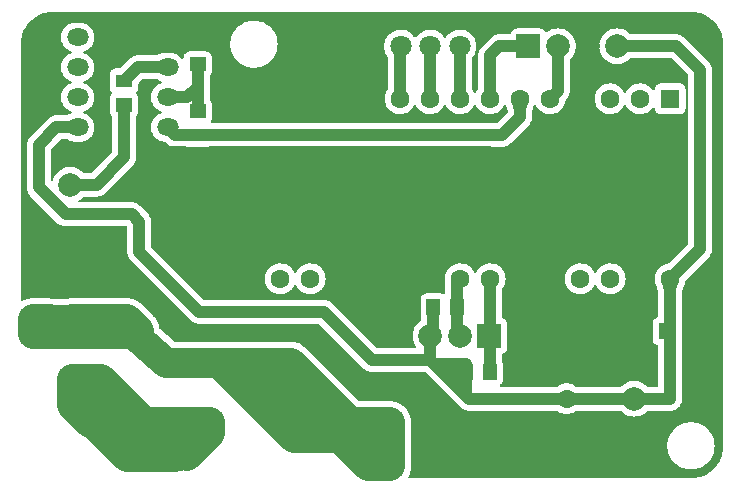
<source format=gbl>
G04 Layer: BottomLayer*
G04 EasyEDA v6.5.39, 2023-12-21 10:53:13*
G04 3e67a15472894c6e83902e6d43e54a9e,2402692d15bd446891542ced5281a4ad,10*
G04 Gerber Generator version 0.2*
G04 Scale: 100 percent, Rotated: No, Reflected: No *
G04 Dimensions in millimeters *
G04 leading zeros omitted , absolute positions ,4 integer and 5 decimal *
%FSLAX45Y45*%
%MOMM*%

%AMMACRO1*21,1,$1,$2,0,0,$3*%
%ADD10C,2.5400*%
%ADD11C,1.0000*%
%ADD12MACRO1,1.377X1.1325X90.0000*%
%ADD13MACRO1,1.35X1.41X-90.0000*%
%ADD14R,1.3770X1.1325*%
%ADD15MACRO1,1.377X1.1325X0.0000*%
%ADD16C,2.0000*%
%ADD17R,2.0000X2.0000*%
%ADD18C,1.8000*%
%ADD19C,1.6000*%
%ADD20C,2.3000*%
%ADD21R,1.6000X1.6000*%
%ADD22O,1.82499X1.4599920000000002*%
%ADD23O,0.0144X1.4599920000000002*%

%LPD*%
G36*
X3318408Y-3974084D02*
G01*
X3314395Y-3973220D01*
X3310991Y-3970832D01*
X3308858Y-3967327D01*
X3308299Y-3963212D01*
X3309416Y-3959199D01*
X3313379Y-3951681D01*
X3317138Y-3943502D01*
X3320440Y-3935171D01*
X3323386Y-3926636D01*
X3325825Y-3918000D01*
X3327857Y-3909212D01*
X3329482Y-3900373D01*
X3330600Y-3891483D01*
X3331260Y-3882491D01*
X3331514Y-3873347D01*
X3331514Y-3500120D01*
X3331260Y-3491026D01*
X3330600Y-3482035D01*
X3329482Y-3473094D01*
X3327857Y-3464255D01*
X3325825Y-3455517D01*
X3323386Y-3446830D01*
X3320440Y-3438347D01*
X3317138Y-3430015D01*
X3313379Y-3421837D01*
X3309213Y-3413861D01*
X3304641Y-3406089D01*
X3299714Y-3398570D01*
X3294379Y-3391357D01*
X3288690Y-3384346D01*
X3282645Y-3377692D01*
X3276295Y-3371342D01*
X3269640Y-3365296D01*
X3262680Y-3359607D01*
X3255416Y-3354324D01*
X3247898Y-3349345D01*
X3240125Y-3344773D01*
X3232200Y-3340608D01*
X3224022Y-3336848D01*
X3215640Y-3333546D01*
X3207156Y-3330651D01*
X3198520Y-3328162D01*
X3189732Y-3326129D01*
X3180892Y-3324555D01*
X3171952Y-3323386D01*
X3163011Y-3322726D01*
X3153867Y-3322472D01*
X2894431Y-3322472D01*
X2890520Y-3321710D01*
X2887268Y-3319526D01*
X2439568Y-2871825D01*
X2429408Y-2862427D01*
X2426157Y-2859735D01*
X2415184Y-2851454D01*
X2411679Y-2849067D01*
X2399944Y-2841955D01*
X2396185Y-2839923D01*
X2383790Y-2834030D01*
X2379878Y-2832404D01*
X2366924Y-2827782D01*
X2362860Y-2826562D01*
X2349500Y-2823311D01*
X2345334Y-2822498D01*
X2331720Y-2820568D01*
X2327503Y-2820212D01*
X2313686Y-2819704D01*
X1327556Y-2819704D01*
X1324000Y-2819044D01*
X1320850Y-2817215D01*
X1203960Y-2715412D01*
X1201521Y-2712212D01*
X1200454Y-2707640D01*
X1198575Y-2694228D01*
X1197762Y-2690063D01*
X1194511Y-2676702D01*
X1193292Y-2672638D01*
X1188669Y-2659684D01*
X1187043Y-2655773D01*
X1181150Y-2643378D01*
X1179118Y-2639618D01*
X1172006Y-2627884D01*
X1169619Y-2624378D01*
X1161338Y-2613406D01*
X1158646Y-2610154D01*
X1149248Y-2600045D01*
X1052728Y-2503525D01*
X1042619Y-2494127D01*
X1039368Y-2491435D01*
X1028395Y-2483154D01*
X1024890Y-2480767D01*
X1013155Y-2473655D01*
X1009396Y-2471623D01*
X997000Y-2465730D01*
X993089Y-2464104D01*
X980135Y-2459482D01*
X976071Y-2458262D01*
X962710Y-2455011D01*
X958545Y-2454198D01*
X944930Y-2452268D01*
X940714Y-2451912D01*
X926896Y-2451404D01*
X461467Y-2451404D01*
X447649Y-2451912D01*
X443433Y-2452268D01*
X425297Y-2454960D01*
X129387Y-2451404D01*
X117856Y-2451608D01*
X111302Y-2452116D01*
X99974Y-2453487D01*
X93522Y-2454605D01*
X82346Y-2457094D01*
X76047Y-2458872D01*
X65227Y-2462479D01*
X59080Y-2464917D01*
X48768Y-2469591D01*
X40843Y-2473807D01*
X36880Y-2474976D01*
X32766Y-2474468D01*
X29159Y-2472283D01*
X26771Y-2468930D01*
X25908Y-2464866D01*
X25908Y-300685D01*
X26822Y-278079D01*
X29362Y-256743D01*
X33629Y-235610D01*
X39471Y-214934D01*
X46939Y-194767D01*
X55981Y-175209D01*
X66548Y-156464D01*
X78536Y-138582D01*
X91846Y-121716D01*
X106476Y-105918D01*
X122326Y-91338D01*
X139242Y-78028D01*
X157124Y-66141D01*
X175920Y-55626D01*
X195478Y-46634D01*
X215696Y-39217D01*
X236423Y-33426D01*
X257505Y-29260D01*
X278892Y-26771D01*
X300685Y-25908D01*
X5699302Y-25908D01*
X5721908Y-26822D01*
X5743244Y-29362D01*
X5764377Y-33629D01*
X5785053Y-39471D01*
X5805220Y-46939D01*
X5824778Y-55981D01*
X5843524Y-66548D01*
X5861405Y-78536D01*
X5878271Y-91846D01*
X5894070Y-106476D01*
X5908649Y-122326D01*
X5921959Y-139242D01*
X5933846Y-157124D01*
X5944362Y-175920D01*
X5953353Y-195478D01*
X5960770Y-215696D01*
X5966561Y-236423D01*
X5970727Y-257505D01*
X5973216Y-278892D01*
X5974080Y-300685D01*
X5974080Y-3699306D01*
X5973165Y-3721912D01*
X5970625Y-3743248D01*
X5966358Y-3764381D01*
X5960516Y-3785057D01*
X5953048Y-3805224D01*
X5944006Y-3824782D01*
X5933440Y-3843528D01*
X5921451Y-3861409D01*
X5908141Y-3878275D01*
X5893511Y-3894074D01*
X5877661Y-3908653D01*
X5860745Y-3921963D01*
X5842863Y-3933850D01*
X5824067Y-3944365D01*
X5804509Y-3953357D01*
X5784291Y-3960774D01*
X5763564Y-3966565D01*
X5742482Y-3970731D01*
X5721096Y-3973220D01*
X5699302Y-3974084D01*
G37*

%LPC*%
G36*
X5700014Y-3900474D02*
G01*
X5719622Y-3899509D01*
X5739079Y-3896614D01*
X5758180Y-3891838D01*
X5776722Y-3885234D01*
X5794502Y-3876801D01*
X5811367Y-3866692D01*
X5827166Y-3854958D01*
X5841746Y-3841750D01*
X5854954Y-3827170D01*
X5866688Y-3811371D01*
X5876798Y-3794506D01*
X5885230Y-3776726D01*
X5891834Y-3758184D01*
X5896610Y-3739083D01*
X5899505Y-3719626D01*
X5900470Y-3700018D01*
X5899505Y-3680358D01*
X5896610Y-3660901D01*
X5891834Y-3641801D01*
X5885230Y-3623259D01*
X5876798Y-3605479D01*
X5866688Y-3588613D01*
X5854954Y-3572814D01*
X5841746Y-3558235D01*
X5827166Y-3545027D01*
X5811367Y-3533292D01*
X5794502Y-3523183D01*
X5776722Y-3514750D01*
X5758180Y-3508146D01*
X5739079Y-3503371D01*
X5719622Y-3500475D01*
X5700014Y-3499510D01*
X5680354Y-3500475D01*
X5660898Y-3503371D01*
X5641797Y-3508146D01*
X5623255Y-3514750D01*
X5605475Y-3523183D01*
X5588609Y-3533292D01*
X5572810Y-3545027D01*
X5558231Y-3558235D01*
X5545023Y-3572814D01*
X5533288Y-3588613D01*
X5523179Y-3605479D01*
X5514746Y-3623259D01*
X5508142Y-3641801D01*
X5503367Y-3660901D01*
X5500471Y-3680358D01*
X5499506Y-3700018D01*
X5500471Y-3719626D01*
X5503367Y-3739083D01*
X5508142Y-3758184D01*
X5514746Y-3776726D01*
X5523179Y-3794506D01*
X5533288Y-3811371D01*
X5545023Y-3827170D01*
X5558231Y-3841750D01*
X5572810Y-3854958D01*
X5588609Y-3866692D01*
X5605475Y-3876801D01*
X5623255Y-3885234D01*
X5641797Y-3891838D01*
X5660898Y-3896614D01*
X5680354Y-3899509D01*
G37*
G36*
X5219700Y-3452469D02*
G01*
X5236565Y-3451555D01*
X5253177Y-3448710D01*
X5269382Y-3444036D01*
X5284978Y-3437585D01*
X5299760Y-3429406D01*
X5313527Y-3419652D01*
X5326126Y-3408426D01*
X5328361Y-3405886D01*
X5331764Y-3403396D01*
X5335930Y-3402533D01*
X5524144Y-3402533D01*
X5537606Y-3401618D01*
X5550509Y-3399078D01*
X5562955Y-3394862D01*
X5574741Y-3389020D01*
X5585663Y-3381705D01*
X5595569Y-3373069D01*
X5604205Y-3363163D01*
X5611520Y-3352241D01*
X5617362Y-3340455D01*
X5621578Y-3328009D01*
X5624118Y-3315106D01*
X5625033Y-3301644D01*
X5625033Y-2400300D01*
X5625185Y-2398522D01*
X5631688Y-2361895D01*
X5632958Y-2358491D01*
X5640578Y-2345588D01*
X5646826Y-2331415D01*
X5651347Y-2316632D01*
X5654141Y-2301087D01*
X5655157Y-2298141D01*
X5656935Y-2295702D01*
X5849315Y-2103323D01*
X5858205Y-2093163D01*
X5865520Y-2082241D01*
X5871362Y-2070455D01*
X5875578Y-2058009D01*
X5878118Y-2045106D01*
X5879033Y-2031644D01*
X5879033Y-521055D01*
X5878118Y-507593D01*
X5875578Y-494690D01*
X5871362Y-482244D01*
X5865520Y-470458D01*
X5858205Y-459536D01*
X5849315Y-449376D01*
X5646623Y-246684D01*
X5636463Y-237794D01*
X5625541Y-230479D01*
X5613755Y-224688D01*
X5601309Y-220421D01*
X5588406Y-217881D01*
X5574944Y-217017D01*
X5191201Y-217017D01*
X5187086Y-216103D01*
X5183632Y-213614D01*
X5181396Y-211074D01*
X5168798Y-199847D01*
X5155031Y-190093D01*
X5140299Y-181914D01*
X5124704Y-175463D01*
X5108498Y-170789D01*
X5091836Y-167944D01*
X5074970Y-167030D01*
X5058156Y-167944D01*
X5041493Y-170789D01*
X5025288Y-175463D01*
X5009692Y-181914D01*
X4994910Y-190093D01*
X4981143Y-199847D01*
X4968595Y-211074D01*
X4957318Y-223672D01*
X4947564Y-237439D01*
X4939385Y-252221D01*
X4932934Y-267817D01*
X4928260Y-284022D01*
X4925415Y-300634D01*
X4924501Y-317500D01*
X4925415Y-334365D01*
X4928260Y-350977D01*
X4932934Y-367182D01*
X4939385Y-382778D01*
X4947564Y-397560D01*
X4957318Y-411327D01*
X4968595Y-423926D01*
X4981143Y-435152D01*
X4994910Y-444906D01*
X5009692Y-453085D01*
X5025288Y-459536D01*
X5041493Y-464210D01*
X5058156Y-467055D01*
X5074970Y-467969D01*
X5091836Y-467055D01*
X5108498Y-464210D01*
X5124704Y-459536D01*
X5140299Y-453085D01*
X5155031Y-444906D01*
X5168798Y-435152D01*
X5181396Y-423926D01*
X5183632Y-421385D01*
X5187086Y-418896D01*
X5191201Y-418033D01*
X5529478Y-418033D01*
X5533339Y-418795D01*
X5536641Y-420979D01*
X5675020Y-559358D01*
X5677204Y-562660D01*
X5678017Y-566521D01*
X5678017Y-1986178D01*
X5677204Y-1990039D01*
X5675020Y-1993341D01*
X5514594Y-2153767D01*
X5512003Y-2155647D01*
X5508904Y-2156612D01*
X5497626Y-2158288D01*
X5482691Y-2162403D01*
X5468366Y-2168194D01*
X5454853Y-2175662D01*
X5442254Y-2184654D01*
X5430875Y-2195118D01*
X5420766Y-2206802D01*
X5412130Y-2219655D01*
X5405069Y-2233371D01*
X5399684Y-2247900D01*
X5396077Y-2262936D01*
X5394248Y-2278278D01*
X5394248Y-2293721D01*
X5396077Y-2309063D01*
X5399684Y-2324100D01*
X5405069Y-2338578D01*
X5412130Y-2352344D01*
X5415635Y-2357526D01*
X5417210Y-2361438D01*
X5424017Y-2400300D01*
X5424017Y-2603957D01*
X5423052Y-2608275D01*
X5420360Y-2611729D01*
X5416448Y-2613761D01*
X5409742Y-2615590D01*
X5401767Y-2619298D01*
X5394553Y-2624328D01*
X5388356Y-2630576D01*
X5383276Y-2637790D01*
X5379567Y-2645714D01*
X5377281Y-2654249D01*
X5376519Y-2663444D01*
X5376519Y-2797556D01*
X5377281Y-2806750D01*
X5379567Y-2815285D01*
X5383276Y-2823210D01*
X5388356Y-2830423D01*
X5394553Y-2836672D01*
X5401767Y-2841701D01*
X5409742Y-2845409D01*
X5416448Y-2847238D01*
X5420360Y-2849270D01*
X5423052Y-2852724D01*
X5424017Y-2857042D01*
X5424017Y-3191357D01*
X5423204Y-3195218D01*
X5421020Y-3198520D01*
X5417718Y-3200704D01*
X5413857Y-3201517D01*
X5335930Y-3201517D01*
X5331764Y-3200603D01*
X5328361Y-3198114D01*
X5326126Y-3195574D01*
X5313527Y-3184347D01*
X5299760Y-3174593D01*
X5284978Y-3166414D01*
X5269382Y-3159963D01*
X5253177Y-3155289D01*
X5236565Y-3152444D01*
X5219700Y-3151530D01*
X5202834Y-3152444D01*
X5186222Y-3155289D01*
X5170017Y-3159963D01*
X5154422Y-3166414D01*
X5139639Y-3174593D01*
X5125872Y-3184347D01*
X5113274Y-3195574D01*
X5111038Y-3198114D01*
X5107635Y-3200603D01*
X5103469Y-3201517D01*
X4734661Y-3201517D01*
X4731410Y-3200958D01*
X4728464Y-3199384D01*
X4721098Y-3193796D01*
X4707788Y-3185922D01*
X4693615Y-3179673D01*
X4678832Y-3175152D01*
X4663643Y-3172409D01*
X4648200Y-3171494D01*
X4632756Y-3172409D01*
X4617567Y-3175152D01*
X4602784Y-3179673D01*
X4588611Y-3185922D01*
X4575302Y-3193796D01*
X4568647Y-3198825D01*
X4566564Y-3200044D01*
X4561078Y-3201314D01*
X4559300Y-3201517D01*
X4090822Y-3201517D01*
X4086656Y-3200603D01*
X4083202Y-3198063D01*
X4081119Y-3194405D01*
X4080713Y-3190138D01*
X4082084Y-3186125D01*
X4084980Y-3183026D01*
X4087977Y-3180892D01*
X4094175Y-3174695D01*
X4099255Y-3167481D01*
X4102963Y-3159506D01*
X4105249Y-3151022D01*
X4106062Y-3141827D01*
X4106062Y-3004972D01*
X4105249Y-2995777D01*
X4102963Y-2987294D01*
X4100880Y-2982772D01*
X4099915Y-2978454D01*
X4100169Y-2926892D01*
X4101134Y-2922625D01*
X4103827Y-2919120D01*
X4107687Y-2917088D01*
X4111751Y-2916021D01*
X4119727Y-2912313D01*
X4126941Y-2907284D01*
X4133189Y-2901035D01*
X4138218Y-2893822D01*
X4141927Y-2885846D01*
X4144213Y-2877362D01*
X4145026Y-2868168D01*
X4145026Y-2669032D01*
X4144213Y-2659837D01*
X4141927Y-2651353D01*
X4138218Y-2643378D01*
X4133189Y-2636164D01*
X4126941Y-2629916D01*
X4119727Y-2624886D01*
X4111751Y-2621178D01*
X4108551Y-2620314D01*
X4104640Y-2618282D01*
X4101947Y-2614777D01*
X4101033Y-2610510D01*
X4101033Y-2372461D01*
X4101541Y-2369210D01*
X4103115Y-2366264D01*
X4108704Y-2358898D01*
X4116578Y-2345588D01*
X4122826Y-2331415D01*
X4127347Y-2316632D01*
X4130090Y-2301443D01*
X4131005Y-2286000D01*
X4130090Y-2270556D01*
X4127347Y-2255367D01*
X4122826Y-2240534D01*
X4116578Y-2226411D01*
X4108704Y-2213102D01*
X4099356Y-2200808D01*
X4088587Y-2189734D01*
X4076598Y-2179980D01*
X4063492Y-2171700D01*
X4049522Y-2165096D01*
X4034891Y-2160117D01*
X4019753Y-2156917D01*
X4004360Y-2155545D01*
X3988917Y-2156002D01*
X3973626Y-2158288D01*
X3958691Y-2162403D01*
X3944365Y-2168194D01*
X3930853Y-2175662D01*
X3918254Y-2184654D01*
X3906875Y-2195118D01*
X3896766Y-2206802D01*
X3888130Y-2219655D01*
X3882542Y-2230577D01*
X3880205Y-2233574D01*
X3876954Y-2235504D01*
X3873195Y-2236114D01*
X3869486Y-2235301D01*
X3866337Y-2233168D01*
X3864203Y-2230018D01*
X3862578Y-2226411D01*
X3854704Y-2213102D01*
X3845356Y-2200808D01*
X3834587Y-2189734D01*
X3822598Y-2179980D01*
X3809492Y-2171700D01*
X3795522Y-2165096D01*
X3780891Y-2160117D01*
X3765753Y-2156917D01*
X3750360Y-2155545D01*
X3734917Y-2156002D01*
X3719626Y-2158288D01*
X3704691Y-2162403D01*
X3690365Y-2168194D01*
X3676853Y-2175662D01*
X3664254Y-2184654D01*
X3652875Y-2195118D01*
X3642766Y-2206802D01*
X3634130Y-2219655D01*
X3627069Y-2233371D01*
X3621684Y-2247900D01*
X3618077Y-2262936D01*
X3616248Y-2278278D01*
X3616248Y-2293721D01*
X3618077Y-2309063D01*
X3618992Y-2314092D01*
X3618992Y-2407564D01*
X3618026Y-2411882D01*
X3615385Y-2415336D01*
X3611473Y-2417368D01*
X3607054Y-2417572D01*
X3602990Y-2415895D01*
X3601364Y-2414727D01*
X3593388Y-2411018D01*
X3584905Y-2408732D01*
X3575659Y-2407920D01*
X3463290Y-2407920D01*
X3454095Y-2408732D01*
X3445611Y-2411018D01*
X3437636Y-2414727D01*
X3430422Y-2419807D01*
X3424224Y-2426004D01*
X3419144Y-2433218D01*
X3415436Y-2441194D01*
X3413150Y-2449677D01*
X3412337Y-2458872D01*
X3412337Y-2595727D01*
X3413150Y-2604922D01*
X3415436Y-2613406D01*
X3418027Y-2618994D01*
X3418992Y-2623261D01*
X3418992Y-2632710D01*
X3418484Y-2635859D01*
X3417011Y-2638704D01*
X3414725Y-2640990D01*
X3400653Y-2650947D01*
X3388106Y-2662174D01*
X3376828Y-2674772D01*
X3367074Y-2688539D01*
X3358896Y-2703322D01*
X3352444Y-2718917D01*
X3347770Y-2735122D01*
X3344976Y-2751734D01*
X3344011Y-2768600D01*
X3344976Y-2785465D01*
X3347770Y-2802077D01*
X3352444Y-2818282D01*
X3358896Y-2833878D01*
X3367074Y-2848660D01*
X3371748Y-2855264D01*
X3373475Y-2859328D01*
X3373272Y-2863748D01*
X3371291Y-2867660D01*
X3367786Y-2870352D01*
X3363468Y-2871317D01*
X3043021Y-2871317D01*
X3039160Y-2870504D01*
X3035858Y-2868320D01*
X2662123Y-2494584D01*
X2651963Y-2485694D01*
X2641041Y-2478379D01*
X2629255Y-2472588D01*
X2616809Y-2468321D01*
X2603906Y-2465781D01*
X2590444Y-2464917D01*
X1582521Y-2464917D01*
X1578660Y-2464104D01*
X1575358Y-2461920D01*
X1132179Y-2018741D01*
X1129995Y-2015439D01*
X1129233Y-2011578D01*
X1129233Y-1803755D01*
X1128318Y-1790293D01*
X1125778Y-1777390D01*
X1121562Y-1764944D01*
X1115720Y-1753158D01*
X1108405Y-1742236D01*
X1099515Y-1732076D01*
X1036523Y-1669084D01*
X1026363Y-1660194D01*
X1015441Y-1652879D01*
X1003655Y-1647088D01*
X991209Y-1642821D01*
X978306Y-1640281D01*
X964844Y-1639417D01*
X523900Y-1639417D01*
X519582Y-1638401D01*
X516077Y-1635709D01*
X514096Y-1631746D01*
X513943Y-1627327D01*
X515670Y-1623263D01*
X518972Y-1620316D01*
X524560Y-1617268D01*
X538327Y-1607515D01*
X550926Y-1596237D01*
X553161Y-1593748D01*
X556564Y-1591208D01*
X560730Y-1590344D01*
X668832Y-1590344D01*
X682294Y-1589481D01*
X695147Y-1586890D01*
X707593Y-1582674D01*
X719429Y-1576882D01*
X730351Y-1569567D01*
X740460Y-1560677D01*
X972515Y-1328623D01*
X981405Y-1318463D01*
X988720Y-1307541D01*
X994562Y-1295755D01*
X998778Y-1283309D01*
X1001318Y-1270406D01*
X1002233Y-1256944D01*
X1002233Y-911504D01*
X1002995Y-907592D01*
X1005179Y-904290D01*
X1009192Y-900277D01*
X1014272Y-893064D01*
X1017981Y-885088D01*
X1020267Y-876604D01*
X1021080Y-867410D01*
X1021080Y-755040D01*
X1020267Y-745794D01*
X1017981Y-737311D01*
X1014272Y-729335D01*
X1009192Y-722122D01*
X1005484Y-718362D01*
X1003249Y-715111D01*
X1002487Y-711200D01*
X1003249Y-707288D01*
X1005484Y-704037D01*
X1009192Y-700278D01*
X1014272Y-693064D01*
X1017981Y-685088D01*
X1020267Y-676605D01*
X1021080Y-667359D01*
X1021080Y-638200D01*
X1021842Y-634288D01*
X1024026Y-630986D01*
X1056233Y-598779D01*
X1059535Y-596595D01*
X1063447Y-595833D01*
X1176934Y-595833D01*
X1179626Y-596188D01*
X1182166Y-597255D01*
X1194358Y-604621D01*
X1207973Y-610768D01*
X1213866Y-612597D01*
X1217574Y-614680D01*
X1220114Y-618134D01*
X1220978Y-622300D01*
X1220114Y-626465D01*
X1217574Y-629920D01*
X1213866Y-632002D01*
X1207973Y-633831D01*
X1194358Y-639978D01*
X1181608Y-647649D01*
X1169873Y-656844D01*
X1159306Y-667410D01*
X1150112Y-679145D01*
X1142390Y-691896D01*
X1136294Y-705510D01*
X1131874Y-719734D01*
X1129182Y-734415D01*
X1128268Y-749300D01*
X1129182Y-764184D01*
X1131874Y-778865D01*
X1136294Y-793089D01*
X1142390Y-806704D01*
X1150112Y-819454D01*
X1159306Y-831189D01*
X1169873Y-841756D01*
X1181608Y-850950D01*
X1194358Y-858621D01*
X1207973Y-864768D01*
X1213866Y-866597D01*
X1217574Y-868680D01*
X1220114Y-872134D01*
X1220978Y-876300D01*
X1220114Y-880465D01*
X1217574Y-883919D01*
X1213866Y-886002D01*
X1207973Y-887831D01*
X1194358Y-893978D01*
X1181608Y-901649D01*
X1169873Y-910844D01*
X1159306Y-921410D01*
X1150112Y-933145D01*
X1142390Y-945896D01*
X1136294Y-959510D01*
X1131874Y-973734D01*
X1129182Y-988415D01*
X1128268Y-1003300D01*
X1129182Y-1018184D01*
X1131874Y-1032865D01*
X1136294Y-1047089D01*
X1142390Y-1060704D01*
X1150112Y-1073454D01*
X1159306Y-1085189D01*
X1169873Y-1095756D01*
X1181608Y-1104950D01*
X1194358Y-1112621D01*
X1207973Y-1118768D01*
X1222197Y-1123188D01*
X1236878Y-1125880D01*
X1247495Y-1126540D01*
X1251051Y-1127404D01*
X1254048Y-1129487D01*
X1260602Y-1136040D01*
X1270711Y-1144930D01*
X1281633Y-1152245D01*
X1293469Y-1158036D01*
X1305915Y-1162253D01*
X1318768Y-1164844D01*
X1332230Y-1165707D01*
X1428038Y-1165707D01*
X1432306Y-1166672D01*
X1437894Y-1169263D01*
X1446377Y-1171549D01*
X1455572Y-1172362D01*
X1592427Y-1172362D01*
X1601622Y-1171549D01*
X1610106Y-1169263D01*
X1615694Y-1166672D01*
X1619961Y-1165707D01*
X4008170Y-1165707D01*
X4012793Y-1166418D01*
X4026255Y-1167333D01*
X4101744Y-1167333D01*
X4115206Y-1166418D01*
X4128109Y-1163878D01*
X4140555Y-1159662D01*
X4152341Y-1153820D01*
X4163263Y-1146505D01*
X4173423Y-1137615D01*
X4325315Y-985723D01*
X4334205Y-975563D01*
X4341520Y-964641D01*
X4347311Y-952855D01*
X4351578Y-940409D01*
X4354118Y-927506D01*
X4355033Y-914044D01*
X4355033Y-876300D01*
X4355185Y-874521D01*
X4361789Y-837437D01*
X4363364Y-833577D01*
X4366869Y-828344D01*
X4372457Y-817422D01*
X4374794Y-814425D01*
X4378045Y-812495D01*
X4381804Y-811885D01*
X4385513Y-812698D01*
X4388662Y-814832D01*
X4390796Y-817981D01*
X4392422Y-821588D01*
X4400296Y-834898D01*
X4409643Y-847191D01*
X4420412Y-858266D01*
X4432452Y-868019D01*
X4445508Y-876300D01*
X4459478Y-882903D01*
X4474108Y-887882D01*
X4489246Y-891082D01*
X4504639Y-892454D01*
X4520082Y-891997D01*
X4535373Y-889711D01*
X4550308Y-885596D01*
X4564634Y-879805D01*
X4578146Y-872337D01*
X4590745Y-863346D01*
X4602124Y-852881D01*
X4612233Y-841197D01*
X4620869Y-828344D01*
X4627930Y-814628D01*
X4633315Y-800100D01*
X4636922Y-785063D01*
X4637786Y-777951D01*
X4638751Y-774700D01*
X4640681Y-771956D01*
X4645812Y-766826D01*
X4654702Y-756666D01*
X4662017Y-745744D01*
X4667859Y-733958D01*
X4672076Y-721512D01*
X4674616Y-708609D01*
X4675530Y-695147D01*
X4675530Y-433730D01*
X4676394Y-429564D01*
X4678883Y-426161D01*
X4681423Y-423926D01*
X4692650Y-411327D01*
X4702403Y-397560D01*
X4710582Y-382778D01*
X4717034Y-367182D01*
X4721707Y-350977D01*
X4724552Y-334365D01*
X4725466Y-317500D01*
X4724552Y-300634D01*
X4721707Y-284022D01*
X4717034Y-267817D01*
X4710582Y-252221D01*
X4702403Y-237439D01*
X4692650Y-223672D01*
X4681423Y-211074D01*
X4668824Y-199847D01*
X4655058Y-190093D01*
X4640275Y-181914D01*
X4624679Y-175463D01*
X4608474Y-170789D01*
X4591812Y-167944D01*
X4574997Y-167030D01*
X4558131Y-167944D01*
X4541520Y-170789D01*
X4525264Y-175463D01*
X4509668Y-181914D01*
X4494936Y-190093D01*
X4484370Y-197561D01*
X4480306Y-199237D01*
X4475886Y-199085D01*
X4471974Y-197053D01*
X4469282Y-193548D01*
X4468672Y-192278D01*
X4463643Y-185064D01*
X4457446Y-178816D01*
X4450232Y-173786D01*
X4442256Y-170078D01*
X4433773Y-167792D01*
X4424527Y-166979D01*
X4225442Y-166979D01*
X4216196Y-167792D01*
X4207713Y-170078D01*
X4199737Y-173786D01*
X4192524Y-178816D01*
X4186326Y-185064D01*
X4181297Y-192278D01*
X4177537Y-200253D01*
X4175099Y-209448D01*
X4173067Y-213360D01*
X4169562Y-216052D01*
X4165295Y-217017D01*
X4077055Y-217017D01*
X4063593Y-217881D01*
X4050690Y-220421D01*
X4038244Y-224688D01*
X4026458Y-230479D01*
X4015536Y-237794D01*
X4005376Y-246684D01*
X3929684Y-322376D01*
X3920794Y-332536D01*
X3913479Y-343458D01*
X3907688Y-355244D01*
X3903421Y-367690D01*
X3900881Y-380593D01*
X3899966Y-394055D01*
X3899966Y-675538D01*
X3899458Y-678789D01*
X3897884Y-681736D01*
X3892296Y-689102D01*
X3884422Y-702411D01*
X3882796Y-706018D01*
X3880662Y-709168D01*
X3877513Y-711301D01*
X3873804Y-712114D01*
X3870045Y-711504D01*
X3866794Y-709574D01*
X3864457Y-706577D01*
X3858869Y-695655D01*
X3847642Y-678840D01*
X3847033Y-675335D01*
X3847033Y-414985D01*
X3847693Y-411327D01*
X3849674Y-408127D01*
X3851249Y-406450D01*
X3860698Y-393446D01*
X3868572Y-379476D01*
X3874820Y-364693D01*
X3879342Y-349300D01*
X3882085Y-333502D01*
X3882999Y-317500D01*
X3882085Y-301498D01*
X3879342Y-285699D01*
X3874820Y-270306D01*
X3868572Y-255524D01*
X3860698Y-241554D01*
X3851249Y-228549D01*
X3840378Y-216763D01*
X3828287Y-206248D01*
X3815029Y-197205D01*
X3800856Y-189687D01*
X3785920Y-183896D01*
X3770376Y-179832D01*
X3754526Y-177546D01*
X3738473Y-177088D01*
X3722471Y-178460D01*
X3706774Y-181610D01*
X3691534Y-186588D01*
X3676904Y-193243D01*
X3663187Y-201523D01*
X3650487Y-211328D01*
X3638956Y-222504D01*
X3628847Y-234899D01*
X3626104Y-239217D01*
X3623360Y-242011D01*
X3619804Y-243586D01*
X3615842Y-243738D01*
X3612184Y-242316D01*
X3609340Y-239674D01*
X3601262Y-228549D01*
X3590391Y-216763D01*
X3578301Y-206248D01*
X3565042Y-197205D01*
X3550869Y-189687D01*
X3535883Y-183896D01*
X3520389Y-179832D01*
X3504488Y-177546D01*
X3488486Y-177088D01*
X3472484Y-178460D01*
X3456787Y-181610D01*
X3441496Y-186588D01*
X3426917Y-193243D01*
X3413201Y-201523D01*
X3400501Y-211328D01*
X3388969Y-222504D01*
X3378809Y-234899D01*
X3376066Y-239217D01*
X3373374Y-242011D01*
X3369767Y-243586D01*
X3365855Y-243738D01*
X3362198Y-242316D01*
X3359302Y-239674D01*
X3351225Y-228549D01*
X3340404Y-216763D01*
X3328263Y-206248D01*
X3315055Y-197205D01*
X3300831Y-189687D01*
X3285896Y-183896D01*
X3270402Y-179832D01*
X3254502Y-177546D01*
X3238500Y-177088D01*
X3222498Y-178460D01*
X3206750Y-181610D01*
X3191510Y-186588D01*
X3176930Y-193243D01*
X3163163Y-201523D01*
X3150463Y-211328D01*
X3138982Y-222504D01*
X3128822Y-234899D01*
X3120136Y-248412D01*
X3113074Y-262788D01*
X3107690Y-277926D01*
X3104032Y-293522D01*
X3102203Y-309473D01*
X3102203Y-325526D01*
X3104032Y-341477D01*
X3107690Y-357073D01*
X3113074Y-372211D01*
X3120136Y-386588D01*
X3128822Y-400100D01*
X3135680Y-408482D01*
X3137408Y-411480D01*
X3137966Y-414934D01*
X3137966Y-675538D01*
X3137458Y-678789D01*
X3135884Y-681736D01*
X3130296Y-689102D01*
X3122422Y-702411D01*
X3116173Y-716584D01*
X3111652Y-731367D01*
X3108909Y-746556D01*
X3107994Y-762000D01*
X3108909Y-777443D01*
X3111652Y-792632D01*
X3116173Y-807415D01*
X3122422Y-821588D01*
X3130296Y-834898D01*
X3139643Y-847191D01*
X3150412Y-858266D01*
X3162452Y-868019D01*
X3175508Y-876300D01*
X3189478Y-882903D01*
X3204108Y-887882D01*
X3219246Y-891082D01*
X3234639Y-892454D01*
X3250082Y-891997D01*
X3265373Y-889711D01*
X3280308Y-885596D01*
X3294634Y-879805D01*
X3308146Y-872337D01*
X3320745Y-863346D01*
X3332124Y-852881D01*
X3342233Y-841197D01*
X3350869Y-828344D01*
X3356457Y-817422D01*
X3358794Y-814425D01*
X3362045Y-812495D01*
X3365804Y-811885D01*
X3369513Y-812698D01*
X3372662Y-814832D01*
X3374796Y-817981D01*
X3376422Y-821588D01*
X3384296Y-834898D01*
X3393643Y-847191D01*
X3404412Y-858266D01*
X3416452Y-868019D01*
X3429508Y-876300D01*
X3443478Y-882903D01*
X3458108Y-887882D01*
X3473246Y-891082D01*
X3488639Y-892454D01*
X3504082Y-891997D01*
X3519373Y-889711D01*
X3534308Y-885596D01*
X3548634Y-879805D01*
X3562146Y-872337D01*
X3574745Y-863346D01*
X3586124Y-852881D01*
X3596233Y-841197D01*
X3604869Y-828344D01*
X3610457Y-817422D01*
X3612794Y-814425D01*
X3616045Y-812495D01*
X3619804Y-811885D01*
X3623513Y-812698D01*
X3626662Y-814832D01*
X3628796Y-817981D01*
X3630422Y-821588D01*
X3638296Y-834898D01*
X3647643Y-847191D01*
X3658412Y-858266D01*
X3670452Y-868019D01*
X3683508Y-876300D01*
X3697478Y-882903D01*
X3712108Y-887882D01*
X3727246Y-891082D01*
X3742639Y-892454D01*
X3758082Y-891997D01*
X3773373Y-889711D01*
X3788308Y-885596D01*
X3802634Y-879805D01*
X3816146Y-872337D01*
X3828745Y-863346D01*
X3840124Y-852881D01*
X3850233Y-841197D01*
X3858869Y-828344D01*
X3864457Y-817422D01*
X3866794Y-814425D01*
X3870045Y-812495D01*
X3873804Y-811885D01*
X3877513Y-812698D01*
X3880662Y-814832D01*
X3882796Y-817981D01*
X3884422Y-821588D01*
X3892296Y-834898D01*
X3901643Y-847191D01*
X3912412Y-858266D01*
X3924452Y-868019D01*
X3937508Y-876300D01*
X3951478Y-882903D01*
X3966108Y-887882D01*
X3981246Y-891082D01*
X3996639Y-892454D01*
X4012082Y-891997D01*
X4027373Y-889711D01*
X4042308Y-885596D01*
X4056634Y-879805D01*
X4070146Y-872337D01*
X4082745Y-863346D01*
X4094124Y-852881D01*
X4104233Y-841197D01*
X4112869Y-828344D01*
X4118457Y-817422D01*
X4120794Y-814425D01*
X4124045Y-812495D01*
X4127804Y-811885D01*
X4131513Y-812698D01*
X4134662Y-814832D01*
X4136796Y-817981D01*
X4138422Y-821588D01*
X4146042Y-834491D01*
X4147312Y-837895D01*
X4152646Y-867968D01*
X4152696Y-871169D01*
X4151731Y-874268D01*
X4149851Y-876909D01*
X4063441Y-963320D01*
X4060139Y-965504D01*
X4056278Y-966317D01*
X4043629Y-966317D01*
X4039006Y-965555D01*
X4025544Y-964692D01*
X1643735Y-964692D01*
X1639417Y-963726D01*
X1635963Y-961085D01*
X1633931Y-957173D01*
X1633728Y-952753D01*
X1635404Y-948690D01*
X1636572Y-947064D01*
X1640281Y-939088D01*
X1642567Y-930605D01*
X1643380Y-921359D01*
X1643380Y-808990D01*
X1642567Y-799795D01*
X1640281Y-791311D01*
X1636572Y-783336D01*
X1631492Y-776122D01*
X1627479Y-772109D01*
X1625295Y-768807D01*
X1624533Y-764895D01*
X1624533Y-568604D01*
X1625295Y-564692D01*
X1627479Y-561390D01*
X1631492Y-557377D01*
X1636572Y-550164D01*
X1640281Y-542188D01*
X1642567Y-533704D01*
X1643380Y-524510D01*
X1643380Y-412140D01*
X1642567Y-402894D01*
X1640281Y-394411D01*
X1636572Y-386435D01*
X1631492Y-379222D01*
X1625295Y-373024D01*
X1618081Y-367995D01*
X1610106Y-364236D01*
X1601622Y-362000D01*
X1592427Y-361188D01*
X1455572Y-361188D01*
X1446377Y-362000D01*
X1437894Y-364236D01*
X1429918Y-367995D01*
X1422704Y-373024D01*
X1416507Y-379222D01*
X1411427Y-386435D01*
X1407718Y-394411D01*
X1405432Y-402894D01*
X1404620Y-412140D01*
X1404620Y-414528D01*
X1403807Y-418642D01*
X1401368Y-421995D01*
X1397812Y-424180D01*
X1393647Y-424688D01*
X1389684Y-423519D01*
X1386484Y-420827D01*
X1380693Y-413410D01*
X1370126Y-402844D01*
X1358392Y-393649D01*
X1345641Y-385978D01*
X1332026Y-379831D01*
X1317802Y-375412D01*
X1303121Y-372719D01*
X1287932Y-371805D01*
X1252067Y-371805D01*
X1236878Y-372719D01*
X1222197Y-375412D01*
X1207973Y-379831D01*
X1194358Y-385978D01*
X1182166Y-393344D01*
X1179626Y-394411D01*
X1176934Y-394817D01*
X1017930Y-394817D01*
X1004468Y-395681D01*
X991616Y-398221D01*
X979169Y-402488D01*
X967333Y-408279D01*
X956411Y-415594D01*
X946302Y-424484D01*
X869696Y-501091D01*
X866394Y-503275D01*
X862482Y-504037D01*
X833272Y-504037D01*
X824077Y-504850D01*
X815594Y-507136D01*
X807618Y-510844D01*
X800404Y-515924D01*
X794207Y-522122D01*
X789127Y-529336D01*
X785418Y-537311D01*
X783132Y-545795D01*
X782320Y-554990D01*
X782320Y-667359D01*
X783132Y-676605D01*
X785418Y-685088D01*
X789127Y-693064D01*
X794207Y-700278D01*
X797966Y-704037D01*
X800150Y-707288D01*
X800912Y-711200D01*
X800150Y-715111D01*
X797966Y-718362D01*
X794207Y-722122D01*
X789127Y-729335D01*
X785418Y-737311D01*
X783132Y-745794D01*
X782320Y-755040D01*
X782320Y-867410D01*
X783132Y-876604D01*
X785418Y-885088D01*
X789127Y-893064D01*
X794207Y-900277D01*
X798220Y-904290D01*
X800404Y-907592D01*
X801217Y-911504D01*
X801217Y-1211478D01*
X800404Y-1215339D01*
X798220Y-1218641D01*
X630529Y-1386332D01*
X627227Y-1388567D01*
X623316Y-1389329D01*
X560730Y-1389329D01*
X556564Y-1388465D01*
X553161Y-1385925D01*
X550926Y-1383436D01*
X538327Y-1372158D01*
X524560Y-1362405D01*
X509778Y-1354226D01*
X494182Y-1347774D01*
X477977Y-1343101D01*
X461365Y-1340307D01*
X444500Y-1339342D01*
X427634Y-1340307D01*
X411022Y-1343101D01*
X394817Y-1347774D01*
X379222Y-1354226D01*
X364439Y-1362405D01*
X350672Y-1372158D01*
X338074Y-1383436D01*
X326847Y-1395984D01*
X317093Y-1409750D01*
X308914Y-1424533D01*
X302463Y-1440129D01*
X298246Y-1454810D01*
X296316Y-1458417D01*
X293116Y-1461008D01*
X289102Y-1462125D01*
X285038Y-1461516D01*
X281533Y-1459382D01*
X279146Y-1456029D01*
X278333Y-1451965D01*
X278333Y-1200251D01*
X279095Y-1196340D01*
X281279Y-1193088D01*
X367588Y-1106779D01*
X370840Y-1104595D01*
X374751Y-1103833D01*
X414934Y-1103833D01*
X417626Y-1104188D01*
X420166Y-1105255D01*
X432358Y-1112621D01*
X445973Y-1118768D01*
X460197Y-1123188D01*
X474878Y-1125880D01*
X490067Y-1126794D01*
X525932Y-1126794D01*
X541121Y-1125880D01*
X555802Y-1123188D01*
X570026Y-1118768D01*
X583641Y-1112621D01*
X596392Y-1104950D01*
X608126Y-1095756D01*
X618693Y-1085189D01*
X627888Y-1073454D01*
X635609Y-1060704D01*
X641705Y-1047089D01*
X646125Y-1032865D01*
X648817Y-1018184D01*
X649732Y-1003300D01*
X648817Y-988415D01*
X646125Y-973734D01*
X641705Y-959510D01*
X635609Y-945896D01*
X627888Y-933145D01*
X618693Y-921410D01*
X608126Y-910844D01*
X596392Y-901649D01*
X583641Y-893978D01*
X570026Y-887831D01*
X564134Y-886002D01*
X560425Y-883919D01*
X557885Y-880465D01*
X557022Y-876300D01*
X557885Y-872134D01*
X560425Y-868680D01*
X564134Y-866597D01*
X570026Y-864768D01*
X583641Y-858621D01*
X596392Y-850950D01*
X608126Y-841756D01*
X618693Y-831189D01*
X627888Y-819454D01*
X635609Y-806704D01*
X641705Y-793089D01*
X646125Y-778865D01*
X648817Y-764184D01*
X649732Y-749300D01*
X648817Y-734415D01*
X646125Y-719734D01*
X641705Y-705510D01*
X635609Y-691896D01*
X627888Y-679145D01*
X618693Y-667410D01*
X608126Y-656844D01*
X596392Y-647649D01*
X583641Y-639978D01*
X570026Y-633831D01*
X564134Y-632002D01*
X560425Y-629920D01*
X557885Y-626465D01*
X557022Y-622300D01*
X557885Y-618134D01*
X560425Y-614680D01*
X564134Y-612597D01*
X570026Y-610768D01*
X583641Y-604621D01*
X596392Y-596950D01*
X608126Y-587756D01*
X618693Y-577189D01*
X627888Y-565454D01*
X635609Y-552704D01*
X641705Y-539089D01*
X646125Y-524865D01*
X648817Y-510184D01*
X649732Y-495300D01*
X648817Y-480415D01*
X646125Y-465734D01*
X641705Y-451510D01*
X635609Y-437896D01*
X627888Y-425145D01*
X618693Y-413410D01*
X608126Y-402844D01*
X596392Y-393649D01*
X583641Y-385978D01*
X570026Y-379831D01*
X564134Y-378002D01*
X560425Y-375920D01*
X557885Y-372465D01*
X557022Y-368300D01*
X557885Y-364134D01*
X560425Y-360680D01*
X564134Y-358597D01*
X570026Y-356768D01*
X583641Y-350621D01*
X596392Y-342950D01*
X608126Y-333756D01*
X618693Y-323189D01*
X627888Y-311454D01*
X635609Y-298704D01*
X641705Y-285089D01*
X646125Y-270865D01*
X648817Y-256184D01*
X649732Y-241300D01*
X648817Y-226415D01*
X646125Y-211734D01*
X641705Y-197510D01*
X635609Y-183896D01*
X627888Y-171145D01*
X618693Y-159410D01*
X608126Y-148844D01*
X596392Y-139649D01*
X583641Y-131978D01*
X570026Y-125831D01*
X555802Y-121412D01*
X541121Y-118719D01*
X525932Y-117805D01*
X490067Y-117805D01*
X474878Y-118719D01*
X460197Y-121412D01*
X445973Y-125831D01*
X432358Y-131978D01*
X419608Y-139649D01*
X407873Y-148844D01*
X397306Y-159410D01*
X388112Y-171145D01*
X380390Y-183896D01*
X374294Y-197510D01*
X369874Y-211734D01*
X367182Y-226415D01*
X366268Y-241300D01*
X367182Y-256184D01*
X369874Y-270865D01*
X374294Y-285089D01*
X380390Y-298704D01*
X388112Y-311454D01*
X397306Y-323189D01*
X407873Y-333756D01*
X419608Y-342950D01*
X432358Y-350621D01*
X445973Y-356768D01*
X451866Y-358597D01*
X455574Y-360680D01*
X458114Y-364134D01*
X458978Y-368300D01*
X458114Y-372465D01*
X455574Y-375920D01*
X451866Y-378002D01*
X445973Y-379831D01*
X432358Y-385978D01*
X419608Y-393649D01*
X407873Y-402844D01*
X397306Y-413410D01*
X388112Y-425145D01*
X380390Y-437896D01*
X374294Y-451510D01*
X369874Y-465734D01*
X367182Y-480415D01*
X366268Y-495300D01*
X367182Y-510184D01*
X369874Y-524865D01*
X374294Y-539089D01*
X380390Y-552704D01*
X388112Y-565454D01*
X397306Y-577189D01*
X407873Y-587756D01*
X419608Y-596950D01*
X432358Y-604621D01*
X445973Y-610768D01*
X451866Y-612597D01*
X455574Y-614680D01*
X458114Y-618134D01*
X458978Y-622300D01*
X458114Y-626465D01*
X455574Y-629920D01*
X451866Y-632002D01*
X445973Y-633831D01*
X432358Y-639978D01*
X419608Y-647649D01*
X407873Y-656844D01*
X397306Y-667410D01*
X388112Y-679145D01*
X380390Y-691896D01*
X374294Y-705510D01*
X369874Y-719734D01*
X367182Y-734415D01*
X366268Y-749300D01*
X367182Y-764184D01*
X369874Y-778865D01*
X374294Y-793089D01*
X380390Y-806704D01*
X388112Y-819454D01*
X397306Y-831189D01*
X407873Y-841756D01*
X419608Y-850950D01*
X432358Y-858621D01*
X445973Y-864768D01*
X451866Y-866597D01*
X455574Y-868680D01*
X458114Y-872134D01*
X458978Y-876300D01*
X458114Y-880465D01*
X455574Y-883919D01*
X451866Y-886002D01*
X445973Y-887831D01*
X432358Y-893978D01*
X420166Y-901344D01*
X417626Y-902411D01*
X414934Y-902817D01*
X329234Y-902817D01*
X315772Y-903681D01*
X302920Y-906221D01*
X290474Y-910488D01*
X278688Y-916279D01*
X267716Y-923594D01*
X257606Y-932484D01*
X106984Y-1083106D01*
X98094Y-1093216D01*
X90779Y-1104188D01*
X84988Y-1115974D01*
X80721Y-1128420D01*
X78181Y-1141272D01*
X77317Y-1156004D01*
X77317Y-1510944D01*
X78181Y-1524406D01*
X80721Y-1537309D01*
X84988Y-1549755D01*
X90779Y-1561541D01*
X98094Y-1572463D01*
X106984Y-1582623D01*
X335076Y-1810715D01*
X345236Y-1819605D01*
X356158Y-1826920D01*
X367944Y-1832762D01*
X380390Y-1836978D01*
X393293Y-1839518D01*
X406755Y-1840433D01*
X918057Y-1840433D01*
X921918Y-1841195D01*
X925220Y-1843379D01*
X927404Y-1846681D01*
X928217Y-1850593D01*
X928217Y-2057044D01*
X929081Y-2070506D01*
X931621Y-2083409D01*
X935888Y-2095855D01*
X941679Y-2107641D01*
X948994Y-2118563D01*
X957884Y-2128723D01*
X1465376Y-2636215D01*
X1475536Y-2645105D01*
X1486458Y-2652420D01*
X1498244Y-2658262D01*
X1510690Y-2662478D01*
X1523593Y-2665018D01*
X1537055Y-2665933D01*
X2544978Y-2665933D01*
X2548839Y-2666695D01*
X2552141Y-2668879D01*
X2925876Y-3042615D01*
X2936036Y-3051505D01*
X2946958Y-3058820D01*
X2958744Y-3064662D01*
X2971190Y-3068878D01*
X2984093Y-3071418D01*
X2997555Y-3072333D01*
X3446678Y-3072333D01*
X3450539Y-3073095D01*
X3453841Y-3075279D01*
X3751376Y-3372815D01*
X3761536Y-3381705D01*
X3772458Y-3389020D01*
X3784244Y-3394862D01*
X3796690Y-3399078D01*
X3809593Y-3401618D01*
X3823055Y-3402533D01*
X4559300Y-3402533D01*
X4563872Y-3403142D01*
X4566462Y-3404006D01*
X4581855Y-3414369D01*
X4595622Y-3421430D01*
X4610100Y-3426815D01*
X4625136Y-3430422D01*
X4640478Y-3432251D01*
X4655921Y-3432251D01*
X4671263Y-3430422D01*
X4686300Y-3426815D01*
X4700828Y-3421430D01*
X4714544Y-3414369D01*
X4731359Y-3403142D01*
X4734864Y-3402533D01*
X5103469Y-3402533D01*
X5107635Y-3403396D01*
X5111038Y-3405886D01*
X5113274Y-3408426D01*
X5125872Y-3419652D01*
X5139639Y-3429406D01*
X5154422Y-3437585D01*
X5170017Y-3444036D01*
X5186222Y-3448710D01*
X5202834Y-3451555D01*
G37*
G36*
X4766360Y-2416403D02*
G01*
X4781753Y-2415032D01*
X4796891Y-2411882D01*
X4811522Y-2406904D01*
X4825492Y-2400249D01*
X4838598Y-2392019D01*
X4850587Y-2382266D01*
X4861356Y-2371191D01*
X4870704Y-2358898D01*
X4878578Y-2345588D01*
X4880203Y-2341930D01*
X4882337Y-2338832D01*
X4885486Y-2336698D01*
X4889195Y-2335885D01*
X4892954Y-2336495D01*
X4896205Y-2338425D01*
X4898542Y-2341422D01*
X4904130Y-2352344D01*
X4912766Y-2365197D01*
X4922875Y-2376881D01*
X4934254Y-2387346D01*
X4946853Y-2396337D01*
X4960366Y-2403805D01*
X4974691Y-2409596D01*
X4989626Y-2413711D01*
X5004917Y-2415946D01*
X5020360Y-2416403D01*
X5035753Y-2415032D01*
X5050891Y-2411882D01*
X5065522Y-2406904D01*
X5079492Y-2400249D01*
X5092598Y-2392019D01*
X5104587Y-2382266D01*
X5115356Y-2371191D01*
X5124704Y-2358898D01*
X5132578Y-2345588D01*
X5138826Y-2331415D01*
X5143347Y-2316632D01*
X5146090Y-2301443D01*
X5147005Y-2286000D01*
X5146090Y-2270556D01*
X5143347Y-2255367D01*
X5138826Y-2240534D01*
X5132578Y-2226411D01*
X5124704Y-2213102D01*
X5115356Y-2200808D01*
X5104587Y-2189734D01*
X5092598Y-2179980D01*
X5079492Y-2171700D01*
X5065522Y-2165096D01*
X5050891Y-2160117D01*
X5035753Y-2156917D01*
X5020360Y-2155545D01*
X5004917Y-2156002D01*
X4989626Y-2158288D01*
X4974691Y-2162403D01*
X4960366Y-2168194D01*
X4946853Y-2175662D01*
X4934254Y-2184654D01*
X4922875Y-2195118D01*
X4912766Y-2206802D01*
X4904130Y-2219655D01*
X4898542Y-2230577D01*
X4896205Y-2233574D01*
X4892954Y-2235504D01*
X4889195Y-2236114D01*
X4885486Y-2235301D01*
X4882337Y-2233168D01*
X4880203Y-2230018D01*
X4878578Y-2226411D01*
X4870704Y-2213102D01*
X4861356Y-2200808D01*
X4850587Y-2189734D01*
X4838598Y-2179980D01*
X4825492Y-2171700D01*
X4811522Y-2165096D01*
X4796891Y-2160117D01*
X4781753Y-2156917D01*
X4766360Y-2155545D01*
X4750917Y-2156002D01*
X4735626Y-2158288D01*
X4720691Y-2162403D01*
X4706366Y-2168194D01*
X4692853Y-2175662D01*
X4680254Y-2184654D01*
X4668875Y-2195118D01*
X4658766Y-2206802D01*
X4650130Y-2219655D01*
X4643069Y-2233371D01*
X4637684Y-2247900D01*
X4634077Y-2262936D01*
X4632248Y-2278278D01*
X4632248Y-2293721D01*
X4634077Y-2309063D01*
X4637684Y-2324100D01*
X4643069Y-2338578D01*
X4650130Y-2352344D01*
X4658766Y-2365197D01*
X4668875Y-2376881D01*
X4680254Y-2387346D01*
X4692853Y-2396337D01*
X4706366Y-2403805D01*
X4720691Y-2409596D01*
X4735626Y-2413711D01*
X4750917Y-2415946D01*
G37*
G36*
X2226360Y-2416403D02*
G01*
X2241753Y-2415032D01*
X2256891Y-2411882D01*
X2271522Y-2406904D01*
X2285492Y-2400249D01*
X2298598Y-2392019D01*
X2310587Y-2382266D01*
X2321356Y-2371191D01*
X2330704Y-2358898D01*
X2338578Y-2345588D01*
X2340203Y-2341930D01*
X2342337Y-2338832D01*
X2345486Y-2336698D01*
X2349195Y-2335885D01*
X2352954Y-2336495D01*
X2356205Y-2338425D01*
X2358542Y-2341422D01*
X2364130Y-2352344D01*
X2372766Y-2365197D01*
X2382875Y-2376881D01*
X2394254Y-2387346D01*
X2406853Y-2396337D01*
X2420366Y-2403805D01*
X2434691Y-2409596D01*
X2449626Y-2413711D01*
X2464917Y-2415946D01*
X2480360Y-2416403D01*
X2495753Y-2415032D01*
X2510891Y-2411882D01*
X2525522Y-2406904D01*
X2539492Y-2400249D01*
X2552598Y-2392019D01*
X2564587Y-2382266D01*
X2575356Y-2371191D01*
X2584704Y-2358898D01*
X2592578Y-2345588D01*
X2598826Y-2331415D01*
X2603347Y-2316632D01*
X2606090Y-2301443D01*
X2607005Y-2286000D01*
X2606090Y-2270556D01*
X2603347Y-2255367D01*
X2598826Y-2240534D01*
X2592578Y-2226411D01*
X2584704Y-2213102D01*
X2575356Y-2200808D01*
X2564587Y-2189734D01*
X2552598Y-2179980D01*
X2539492Y-2171700D01*
X2525522Y-2165096D01*
X2510891Y-2160117D01*
X2495753Y-2156917D01*
X2480360Y-2155545D01*
X2464917Y-2156002D01*
X2449626Y-2158288D01*
X2434691Y-2162403D01*
X2420366Y-2168194D01*
X2406853Y-2175662D01*
X2394254Y-2184654D01*
X2382875Y-2195118D01*
X2372766Y-2206802D01*
X2364130Y-2219655D01*
X2358542Y-2230577D01*
X2356205Y-2233574D01*
X2352954Y-2235504D01*
X2349195Y-2236114D01*
X2345486Y-2235301D01*
X2342337Y-2233168D01*
X2340203Y-2230018D01*
X2338578Y-2226411D01*
X2330704Y-2213102D01*
X2321356Y-2200808D01*
X2310587Y-2189734D01*
X2298598Y-2179980D01*
X2285492Y-2171700D01*
X2271522Y-2165096D01*
X2256891Y-2160117D01*
X2241753Y-2156917D01*
X2226360Y-2155545D01*
X2210917Y-2156002D01*
X2195626Y-2158288D01*
X2180691Y-2162403D01*
X2166366Y-2168194D01*
X2152853Y-2175662D01*
X2140254Y-2184654D01*
X2128875Y-2195118D01*
X2118766Y-2206802D01*
X2110130Y-2219655D01*
X2103069Y-2233371D01*
X2097684Y-2247900D01*
X2094077Y-2262936D01*
X2092248Y-2278278D01*
X2092248Y-2293721D01*
X2094077Y-2309063D01*
X2097684Y-2324100D01*
X2103069Y-2338578D01*
X2110130Y-2352344D01*
X2118766Y-2365197D01*
X2128875Y-2376881D01*
X2140254Y-2387346D01*
X2152853Y-2396337D01*
X2166366Y-2403805D01*
X2180691Y-2409596D01*
X2195626Y-2413711D01*
X2210917Y-2415946D01*
G37*
G36*
X5444947Y-892505D02*
G01*
X5604052Y-892505D01*
X5613247Y-891692D01*
X5621782Y-889406D01*
X5629757Y-885698D01*
X5636920Y-880668D01*
X5643168Y-874420D01*
X5648198Y-867257D01*
X5651906Y-859282D01*
X5654192Y-850747D01*
X5655005Y-841552D01*
X5655005Y-682447D01*
X5654192Y-673252D01*
X5651906Y-664718D01*
X5648198Y-656742D01*
X5643168Y-649579D01*
X5636920Y-643331D01*
X5629757Y-638302D01*
X5621782Y-634593D01*
X5613247Y-632307D01*
X5604052Y-631494D01*
X5444947Y-631494D01*
X5435752Y-632307D01*
X5427218Y-634593D01*
X5419242Y-638302D01*
X5412079Y-643331D01*
X5405831Y-649579D01*
X5400802Y-656742D01*
X5397093Y-664718D01*
X5394807Y-673252D01*
X5394198Y-680161D01*
X5392978Y-684123D01*
X5390337Y-687273D01*
X5386628Y-689102D01*
X5382463Y-689305D01*
X5378602Y-687832D01*
X5375656Y-684936D01*
X5374233Y-682802D01*
X5364124Y-671118D01*
X5352745Y-660654D01*
X5340146Y-651662D01*
X5326634Y-644194D01*
X5312308Y-638403D01*
X5297373Y-634288D01*
X5282082Y-632002D01*
X5266639Y-631545D01*
X5251246Y-632917D01*
X5236108Y-636117D01*
X5221478Y-641096D01*
X5207508Y-647750D01*
X5194452Y-655980D01*
X5182412Y-665734D01*
X5171643Y-676808D01*
X5162296Y-689102D01*
X5154422Y-702411D01*
X5152796Y-706018D01*
X5150662Y-709168D01*
X5147513Y-711301D01*
X5143804Y-712114D01*
X5140045Y-711504D01*
X5136794Y-709574D01*
X5134457Y-706577D01*
X5128869Y-695655D01*
X5120233Y-682802D01*
X5110124Y-671118D01*
X5098745Y-660654D01*
X5086146Y-651662D01*
X5072634Y-644194D01*
X5058308Y-638403D01*
X5043373Y-634288D01*
X5028082Y-632002D01*
X5012639Y-631545D01*
X4997246Y-632917D01*
X4982108Y-636117D01*
X4967478Y-641096D01*
X4953508Y-647750D01*
X4940452Y-655980D01*
X4928412Y-665734D01*
X4917643Y-676808D01*
X4908296Y-689102D01*
X4900422Y-702411D01*
X4894173Y-716584D01*
X4889652Y-731367D01*
X4886909Y-746556D01*
X4885994Y-762000D01*
X4886909Y-777443D01*
X4889652Y-792632D01*
X4894173Y-807415D01*
X4900422Y-821588D01*
X4908296Y-834898D01*
X4917643Y-847191D01*
X4928412Y-858266D01*
X4940452Y-868019D01*
X4953508Y-876300D01*
X4967478Y-882903D01*
X4982108Y-887882D01*
X4997246Y-891082D01*
X5012639Y-892454D01*
X5028082Y-891997D01*
X5043373Y-889711D01*
X5058308Y-885596D01*
X5072634Y-879805D01*
X5086146Y-872337D01*
X5098745Y-863346D01*
X5110124Y-852881D01*
X5120233Y-841197D01*
X5128869Y-828344D01*
X5134457Y-817422D01*
X5136794Y-814425D01*
X5140045Y-812495D01*
X5143804Y-811885D01*
X5147513Y-812698D01*
X5150662Y-814832D01*
X5152796Y-817981D01*
X5154422Y-821588D01*
X5162296Y-834898D01*
X5171643Y-847191D01*
X5182412Y-858266D01*
X5194452Y-868019D01*
X5207508Y-876300D01*
X5221478Y-882903D01*
X5236108Y-887882D01*
X5251246Y-891082D01*
X5266639Y-892454D01*
X5282082Y-891997D01*
X5297373Y-889711D01*
X5312308Y-885596D01*
X5326634Y-879805D01*
X5340146Y-872337D01*
X5352745Y-863346D01*
X5364124Y-852881D01*
X5374233Y-841197D01*
X5375656Y-839063D01*
X5378602Y-836168D01*
X5382463Y-834694D01*
X5386628Y-834898D01*
X5390337Y-836726D01*
X5392978Y-839876D01*
X5394198Y-843838D01*
X5394807Y-850747D01*
X5397093Y-859282D01*
X5400802Y-867257D01*
X5405831Y-874420D01*
X5412079Y-880668D01*
X5419242Y-885698D01*
X5427218Y-889406D01*
X5435752Y-891692D01*
G37*
G36*
X1999996Y-500481D02*
G01*
X2019655Y-499516D01*
X2039112Y-496620D01*
X2058212Y-491845D01*
X2076704Y-485241D01*
X2094484Y-476808D01*
X2111400Y-466699D01*
X2127199Y-454964D01*
X2141778Y-441756D01*
X2154986Y-427177D01*
X2166721Y-411378D01*
X2176830Y-394512D01*
X2185212Y-376732D01*
X2191867Y-358190D01*
X2196642Y-339090D01*
X2199538Y-319633D01*
X2200503Y-300024D01*
X2199538Y-280365D01*
X2196642Y-260908D01*
X2191867Y-241808D01*
X2185212Y-223266D01*
X2176830Y-205486D01*
X2166721Y-188620D01*
X2154986Y-172821D01*
X2141778Y-158242D01*
X2127199Y-145034D01*
X2111400Y-133299D01*
X2094484Y-123189D01*
X2076704Y-114757D01*
X2058212Y-108153D01*
X2039112Y-103378D01*
X2019655Y-100482D01*
X1999996Y-99517D01*
X1980336Y-100482D01*
X1960880Y-103378D01*
X1941779Y-108153D01*
X1923288Y-114757D01*
X1905507Y-123189D01*
X1888591Y-133299D01*
X1872792Y-145034D01*
X1858213Y-158242D01*
X1845005Y-172821D01*
X1833270Y-188620D01*
X1823161Y-205486D01*
X1814779Y-223266D01*
X1808124Y-241808D01*
X1803349Y-260908D01*
X1800453Y-280365D01*
X1799488Y-300024D01*
X1800453Y-319633D01*
X1803349Y-339090D01*
X1808124Y-358190D01*
X1814779Y-376732D01*
X1823161Y-394512D01*
X1833270Y-411378D01*
X1845005Y-427177D01*
X1858213Y-441756D01*
X1872792Y-454964D01*
X1888591Y-466699D01*
X1905507Y-476808D01*
X1923288Y-485241D01*
X1941779Y-491845D01*
X1960880Y-496620D01*
X1980336Y-499516D01*
G37*

%LPD*%
G36*
X4620666Y-3242005D02*
G01*
X4564684Y-3252012D01*
X4564684Y-3351987D01*
X4620666Y-3361994D01*
G37*
G36*
X5255158Y-3227019D02*
G01*
X5185156Y-3252012D01*
X5185156Y-3351987D01*
X5255158Y-3376980D01*
G37*
G36*
X5464505Y-2338933D02*
G01*
X5474512Y-2394915D01*
X5574487Y-2394915D01*
X5584494Y-2338933D01*
G37*
G36*
X4194505Y-814933D02*
G01*
X4204512Y-870915D01*
X4304487Y-870915D01*
X4314494Y-814933D01*
G37*
D10*
X457200Y-2632963D02*
G01*
X127000Y-2628900D01*
X127000Y-2755900D01*
X1023873Y-2755900D01*
X1023873Y-2794000D01*
X792838Y-3663038D02*
G01*
X929711Y-3663038D01*
X1092756Y-3499993D01*
X457200Y-3132962D02*
G01*
X457200Y-3327400D01*
X927100Y-3797300D01*
X1332712Y-3797300D01*
X1630019Y-3499993D01*
X457200Y-3132962D02*
G01*
X457200Y-3352800D01*
X609600Y-3505200D01*
X1064780Y-3505200D01*
X1069987Y-3499993D01*
X457200Y-2632963D02*
G01*
X461263Y-2628900D01*
X927100Y-2628900D01*
X1023873Y-2725673D01*
X1023873Y-2794000D01*
X1257300Y-2997200D01*
X2003043Y-2997200D01*
X2482850Y-3477005D01*
X2482850Y-3632200D01*
X2002955Y-2997200D02*
G01*
X2313901Y-2997200D01*
X2816694Y-3499993D01*
X3154004Y-3499993D01*
X3154004Y-3769413D02*
G01*
X3070913Y-3769413D01*
X2933700Y-3632200D01*
X2336800Y-3632200D01*
X2197100Y-3492500D01*
X2197100Y-3487679D01*
X1706620Y-2997200D01*
X1069987Y-3499993D02*
G01*
X1092756Y-3499993D01*
X1377363Y-3784600D01*
X1630006Y-3499993D02*
G01*
X1630006Y-3588400D01*
X1433807Y-3784600D01*
X457200Y-3132962D02*
G01*
X457200Y-3215335D01*
X747064Y-3505200D01*
X457200Y-3132962D02*
G01*
X702957Y-3132962D01*
X1069987Y-3499993D01*
X3154004Y-3499993D02*
G01*
X3154004Y-3873500D01*
X2967492Y-3873500D01*
X2593985Y-3499993D01*
X1069987Y-3499993D02*
G01*
X1630006Y-3499993D01*
D11*
X4673600Y-3302000D02*
G01*
X5321300Y-3302000D01*
X5524500Y-2285994D02*
G01*
X5524500Y-3302000D01*
X5321300Y-3302000D01*
X4025900Y-1066800D02*
G01*
X4102100Y-1066800D01*
X4254500Y-914400D01*
X4254500Y-762000D01*
X444500Y-1489837D02*
G01*
X669162Y-1489837D01*
X901700Y-1257300D01*
X901700Y-811199D01*
X901700Y-611200D02*
G01*
X1017600Y-495300D01*
X1270000Y-495300D01*
X1524000Y-468299D02*
G01*
X1524000Y-865200D01*
X1270000Y-1003300D02*
G01*
X1331899Y-1065199D01*
X1524000Y-1065199D01*
X1524000Y-1065199D02*
G01*
X4025900Y-1065199D01*
X177800Y-1155700D02*
G01*
X177800Y-1511300D01*
X406400Y-1739900D01*
X965200Y-1739900D01*
X1028700Y-1803400D01*
X1028700Y-2057400D01*
X1536700Y-2565400D01*
X2590800Y-2565400D01*
X2997200Y-2971800D01*
X3492500Y-2971800D01*
X508000Y-1003300D02*
G01*
X328909Y-1003300D01*
X177800Y-1154409D01*
X1270000Y-749300D02*
G01*
X1436067Y-749300D01*
X1524000Y-661367D01*
X4673600Y-3302000D02*
G01*
X3822700Y-3302000D01*
X3492500Y-2971800D01*
X4000500Y-2286000D02*
G01*
X4000500Y-2768600D01*
X3746500Y-2286000D02*
G01*
X3719499Y-2313000D01*
X3719499Y-2527300D01*
X3746500Y-2768600D02*
G01*
X3719499Y-2741599D01*
X3719499Y-2527300D01*
X3519500Y-2527300D02*
G01*
X3519500Y-2741599D01*
X3492500Y-2768600D01*
X3492500Y-2768600D02*
G01*
X3492500Y-2971800D01*
X3798900Y-3009900D02*
G01*
X3530600Y-3009900D01*
X3492500Y-2971800D01*
X3798824Y-3009900D02*
G01*
X3721100Y-3086100D01*
X3606800Y-3086100D01*
X3597402Y-3076702D01*
X3798824Y-3009900D02*
G01*
X3798824Y-3259328D01*
X3767556Y-3246856D02*
G01*
X3767556Y-3132556D01*
X3721100Y-3086100D01*
X4000500Y-2768600D02*
G01*
X3998899Y-3073400D01*
X3238500Y-762000D02*
G01*
X3238500Y-368505D01*
X3242500Y-317500D01*
X3492500Y-762000D02*
G01*
X3492500Y-372518D01*
X3492487Y-317500D01*
X3746500Y-762000D02*
G01*
X3746500Y-376506D01*
X3742499Y-317500D01*
X4000500Y-762000D02*
G01*
X4000500Y-393700D01*
X4076700Y-317500D01*
X4324984Y-317500D01*
X4508500Y-762000D02*
G01*
X4574997Y-695502D01*
X4574997Y-317500D01*
X5074996Y-317500D02*
G01*
X5575300Y-317500D01*
X5778500Y-520700D01*
X5778500Y-2032000D01*
X5524500Y-2286000D01*
D12*
G01*
X3519495Y-2527300D03*
G01*
X3719504Y-2527300D03*
G01*
X3798895Y-3073400D03*
G01*
X3998904Y-3073400D03*
D13*
G01*
X5497502Y-2730500D03*
G01*
X5297497Y-2730500D03*
D14*
G01*
X901700Y-611200D03*
D15*
G01*
X901700Y-811204D03*
D14*
G01*
X1524000Y-1065199D03*
D15*
G01*
X1524000Y-865195D03*
D14*
G01*
X1524000Y-268300D03*
D15*
G01*
X1524000Y-468304D03*
D16*
G01*
X5074996Y-317500D03*
G01*
X4824984Y-317500D03*
G01*
X4574997Y-317500D03*
D17*
G01*
X4324984Y-317500D03*
D16*
G01*
X3244494Y-2768600D03*
G01*
X3494506Y-2768600D03*
G01*
X3744493Y-2768600D03*
D17*
G01*
X3994505Y-2768600D03*
D18*
G01*
X3242513Y-317500D03*
G01*
X3492500Y-317500D03*
G01*
X3742486Y-317500D03*
D19*
G01*
X4648200Y-3302000D03*
G01*
X4648200Y-3048000D03*
D20*
G01*
X2593975Y-3499993D03*
G01*
X3153994Y-3499993D03*
G01*
X1630019Y-3499993D03*
G01*
X1070000Y-3499993D03*
D17*
G01*
X5219700Y-3048000D03*
D16*
G01*
X5219700Y-3302000D03*
G01*
X444500Y-1489837D03*
G01*
X444500Y-1989962D03*
G01*
X457200Y-2632837D03*
G01*
X457200Y-3132962D03*
D21*
G01*
X1968500Y-2286000D03*
D19*
G01*
X2222500Y-2286000D03*
G01*
X2476500Y-2286000D03*
G01*
X2730500Y-2286000D03*
G01*
X2984500Y-2286000D03*
G01*
X3238500Y-2286000D03*
G01*
X3492500Y-2286000D03*
G01*
X3746500Y-2286000D03*
G01*
X4000500Y-2286000D03*
G01*
X4254500Y-2286000D03*
G01*
X4508500Y-2286000D03*
G01*
X4762500Y-2286000D03*
G01*
X5016500Y-2286000D03*
G01*
X5270500Y-2286000D03*
G01*
X5524500Y-2286000D03*
D21*
G01*
X5524500Y-762000D03*
D19*
G01*
X5270500Y-762000D03*
G01*
X5016500Y-762000D03*
G01*
X4762500Y-762000D03*
G01*
X4508500Y-762000D03*
G01*
X4254500Y-762000D03*
G01*
X4000500Y-762000D03*
G01*
X3746500Y-762000D03*
G01*
X3492500Y-762000D03*
G01*
X3238500Y-762000D03*
G01*
X2984500Y-762000D03*
G01*
X2730500Y-762000D03*
G01*
X2476500Y-762000D03*
G01*
X2222500Y-762000D03*
G01*
X1968500Y-762000D03*
D22*
G01*
X1270000Y-1003300D03*
G01*
X1270000Y-749300D03*
G01*
X1270000Y-495300D03*
G01*
X1270000Y-241300D03*
G01*
X508000Y-1003300D03*
G01*
X508000Y-749300D03*
G01*
X508000Y-495300D03*
G01*
X508000Y-241300D03*
M02*

</source>
